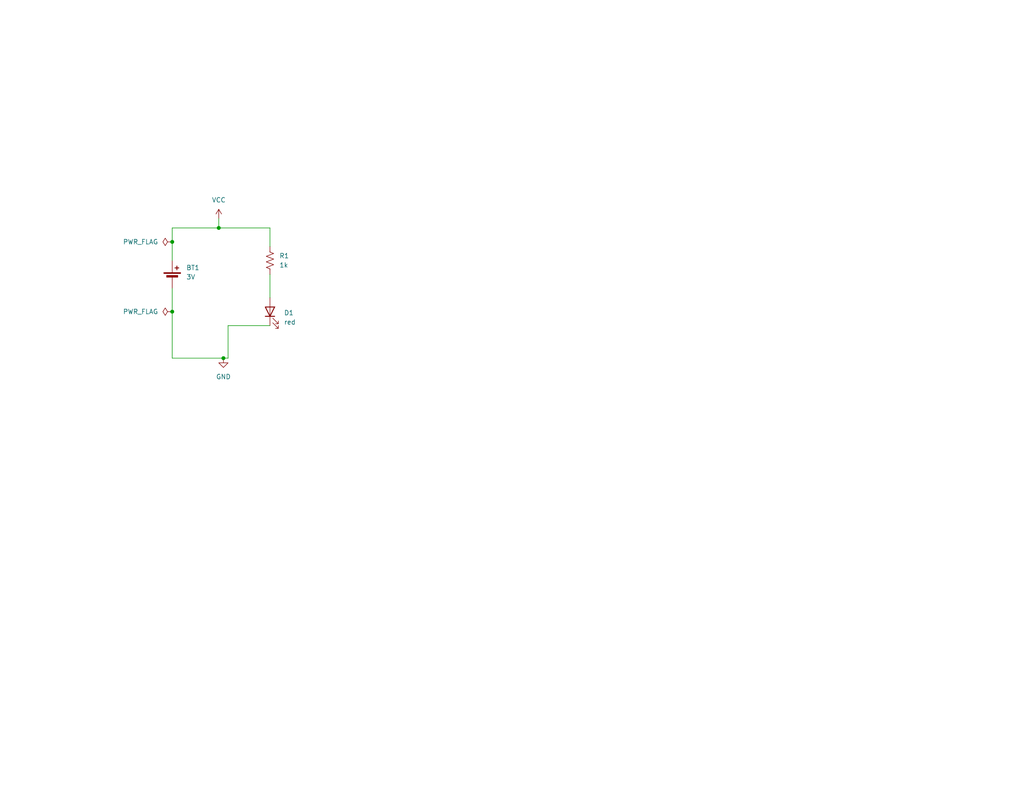
<source format=kicad_sch>
(kicad_sch (version 20231120) (generator "eeschema") (generator_version "8.0")
  (paper "A")
  (title_block (title "HIGHT") (date "2024-05-16") (rev "0"))
  (lib_symbols
    (symbol "Device:Battery_Cell" (pin_numbers hide) (pin_names (offset 0) hide)
      (property "Reference" "BT" (at 2.54 2.54 0))
      (property "Value" "Battery_Cell" (at 2.54 0 0))
      (symbol "Battery_Cell_0_1"
        (rectangle (start -2.286 1.778) (end 2.286 1.524) (fill (type outline)))
        (rectangle (start -1.524 1.016) (end 1.524 0.508) (fill (type outline)))
        (polyline (pts (xy 0 0.762) (xy 0 0)))
        (polyline (pts (xy 0 1.778) (xy 0 2.54)))
        (polyline (pts (xy 0.762 3.048) (xy 1.778 3.048)) (stroke (width 0.254)))
        (polyline (pts (xy 1.27 3.556) (xy 1.27 2.54)) (stroke (width 0.254)))
      )
      (symbol "Battery_Cell_1_1"
        (pin passive line (at 0 5.08 270) (length 2.54) (name "+") (number "1"))
        (pin passive line (at 0 -2.54 90) (length 2.54) (name "-") (number "2"))
      )
    )
    (symbol "Device:LED" (pin_numbers hide) (pin_names (offset 1.016) hide)
      (property "Reference" "D" (at 0 2.54 0))
      (property "Value" "LED" (at 0 -2.54 0))
      (symbol "LED_0_1"
        (polyline (pts (xy -1.27 -1.27) (xy -1.27 1.27)) (stroke (width 0.254)))
        (polyline (pts (xy -1.27 0) (xy 1.27 0)))
        (polyline (pts (xy 1.27 -1.27) (xy 1.27 1.27) (xy -1.27 0) (xy 1.27 -1.27)) (stroke (width 0.254)))
        (polyline (pts (xy -3.048 -0.762) (xy -4.572 -2.286) (xy -3.81 -2.286) (xy -4.572 -2.286) (xy -4.572 -1.524)))
        (polyline (pts (xy -1.778 -0.762) (xy -3.302 -2.286) (xy -2.54 -2.286) (xy -3.302 -2.286) (xy -3.302 -1.524)))
      )
      (symbol "LED_1_1"
        (pin passive line (at -3.81 0 0) (length 2.54) (name "K") (number "1"))
        (pin passive line (at 3.81 0 180) (length 2.54) (name "A") (number "2"))
      )
    )
    (symbol "Device:R_US" (pin_numbers hide) (pin_names (offset 0))
      (property "Reference" "R" (at 2.54 0 90))
      (property "Value" "R_US" (at -2.54 0 90))
      (symbol "R_US_0_1"
        (polyline (pts (xy 0 -2.286) (xy 0 -2.54)))
        (polyline (pts (xy 0 2.286) (xy 0 2.54)))
        (polyline (pts (xy 0 -0.762) (xy 1.016 -1.143) (xy 0 -1.524) (xy -1.016 -1.905) (xy 0 -2.286)))
        (polyline (pts (xy 0 0.762) (xy 1.016 0.381) (xy 0 0) (xy -1.016 -0.381) (xy 0 -0.762)))
        (polyline (pts (xy 0 2.286) (xy 1.016 1.905) (xy 0 1.524) (xy -1.016 1.143) (xy 0 0.762)))
      )
      (symbol "R_US_1_1"
        (pin passive line (at 0 3.81 270) (length 1.27) (name "~") (number "1"))
        (pin passive line (at 0 -3.81 90) (length 1.27) (name "~") (number "2"))
      )
    )
    (symbol "power:GND" (power) (pin_numbers hide) (pin_names (offset 0) hide)
      (property "Value" "GND" (at 0 -3.81 0))
      (symbol "GND_0_1"
        (polyline (pts (xy 0 0) (xy 0 -1.27) (xy 1.27 -1.27) (xy 0 -2.54) (xy -1.27 -1.27) (xy 0 -1.27)))
      )
      (symbol "GND_1_1"
        (pin power_in line (at 0 0 270) (length 0) (name "~") (number "1"))
      )
    )
    (symbol "power:PWR_FLAG" (power) (pin_numbers hide) (pin_names (offset 0) hide)
      (property "Value" "PWR_FLAG" (at 0 3.81 0))
      (symbol "PWR_FLAG_0_0"
        (pin power_out line (at 0 0 90) (length 0) (name "~") (number "1"))
      )
      (symbol "PWR_FLAG_0_1"
        (polyline (pts (xy 0 0) (xy 0 1.27) (xy -1.016 1.905) (xy 0 2.54) (xy 1.016 1.905) (xy 0 1.27)))
      )
    )
    (symbol "power:VCC" (power) (pin_numbers hide) (pin_names (offset 0) hide)
      (property "Value" "VCC" (at 0 3.556 0))
      (symbol "VCC_0_1"
        (polyline (pts (xy -0.762 1.27) (xy 0 2.54)))
        (polyline (pts (xy 0 0) (xy 0 2.54)))
        (polyline (pts (xy 0 2.54) (xy 0.762 1.27)))
      )
      (symbol "VCC_1_1"
        (pin power_in line (at 0 0 90) (length 0) (name "~") (number "1"))
      )
    )
  )
  (junction (at 46.99 85.09))
  (junction (at 46.99 66.04))
  (junction (at 60.96 97.79))
  (junction (at 59.69 62.23))
  (wire (pts (xy 62.23 97.79) (xy 60.96 97.79)))
  (wire (pts (xy 46.99 62.23) (xy 59.69 62.23)))
  (wire (pts (xy 59.69 62.23) (xy 73.66 62.23)))
  (wire (pts (xy 60.96 97.79) (xy 46.99 97.79)))
  (wire (pts (xy 46.99 71.12) (xy 46.99 66.04)))
  (wire (pts (xy 46.99 78.74) (xy 46.99 85.09)))
  (wire (pts (xy 73.66 62.23) (xy 73.66 67.31)))
  (wire (pts (xy 59.69 59.69) (xy 59.69 62.23)))
  (wire (pts (xy 46.99 66.04) (xy 46.99 62.23)))
  (wire (pts (xy 62.23 88.9) (xy 73.66 88.9)))
  (wire (pts (xy 62.23 97.79) (xy 62.23 88.9)))
  (wire (pts (xy 46.99 85.09) (xy 46.99 97.79)))
  (wire (pts (xy 73.66 74.93) (xy 73.66 81.28)))
  (symbol (lib_id "Device:R_US") (at 73.66 71.12 0) (unit 1)
    (property "Reference" "R1" (at 76.2 69.8499 0) (effects (justify left)))
    (property "Value" "1k" (at 76.2 72.3899 0) (effects (justify left)))
    (property "Footprint" "Resistor_THT:R_Axial_DIN0309_L9.0mm_D3.2mm_P12.70mm_Horizontal" (effects (hide yes)))
    (property "Description" "Resistor, US symbol" (effects (hide yes)))
  )
  (symbol (lib_id "Device:LED") (at 73.66 85.09 90) (unit 1)
    (property "Reference" "D1" (at 77.47 85.4074 90) (effects (justify right)))
    (property "Value" "red" (at 77.47 87.9474 90) (effects (justify right)))
    (property "Footprint" "LED_THT:LED_D5.0mm" (effects (hide yes)))
    (property "Description" "Light emitting diode" (effects (hide yes)))
  )
  (symbol (lib_id "power:VCC") (at 59.69 59.69 0) (unit 1)
    (property "Reference" "#PWR02" (effects (hide yes)))
    (property "Value" "VCC" (at 59.69 54.61 0))
    (property "Description" "Power symbol creates a global label with name \"VCC\"" (effects (hide yes)))
  )
  (symbol (lib_id "power:PWR_FLAG") (at 46.99 66.04 90) (unit 1)
    (property "Reference" "#FLG02" (effects (hide yes)))
    (property "Value" "PWR_FLAG" (at 43.18 66.0399 90) (effects (justify left)))
    (property "Description" "Special symbol for telling ERC where power comes from" (effects (hide yes)))
  )
  (symbol (lib_id "power:GND") (at 60.96 97.79 0) (unit 1)
    (property "Reference" "#PWR03" (effects (hide yes)))
    (property "Value" "GND" (at 60.96 102.87 0))
    (property "Description" "Power symbol creates a global label with name \"GND\" , ground" (effects (hide yes)))
  )
  (symbol (lib_id "Device:Battery_Cell") (at 46.99 76.2 0) (unit 1)
    (property "Reference" "BT1" (at 50.8 73.0884 0) (effects (justify left)))
    (property "Value" "3V" (at 50.8 75.6284 0) (effects (justify left)))
    (property "Footprint" "Battery:BatteryHolder_Keystone_1058_1x2032" (effects (hide yes)))
    (property "Description" "Single-cell battery" (effects (hide yes)))
  )
  (symbol (lib_id "power:PWR_FLAG") (at 46.99 85.09 90) (unit 1)
    (property "Reference" "#FLG01" (effects (hide yes)))
    (property "Value" "PWR_FLAG" (at 43.18 85.0899 90) (effects (justify left)))
    (property "Description" "Special symbol for telling ERC where power comes from" (effects (hide yes)))
  )
)
</source>
